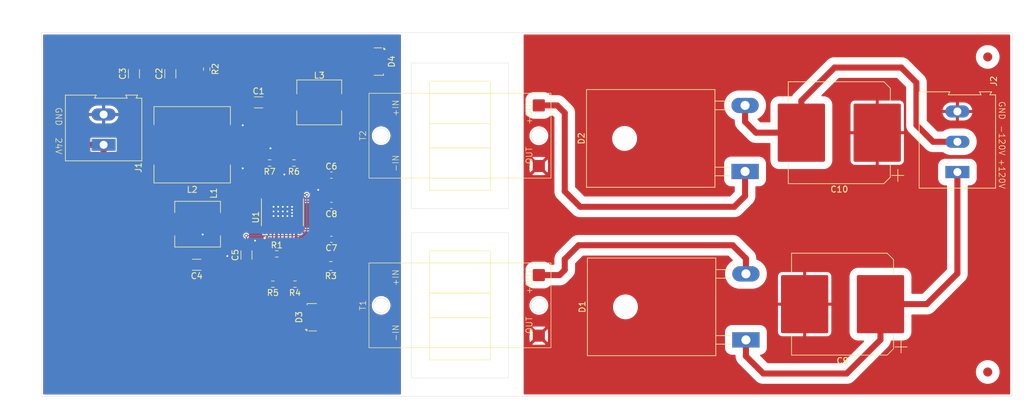
<source format=kicad_pcb>
(kicad_pcb (version 20241229) (generator "pcbnew") (generator_version "9.0")
  (layers (0 "F.Cu" signal) (2 "B.Cu" signal) (13 "F.Paste" user) (15 "B.Paste" user) (5 "F.SilkS" user "F.Silkscreen") (7 "B.SilkS" user "B.Silkscreen") (1 "F.Mask" user) (3 "B.Mask" user) (25 "Edge.Cuts" user))
  (net 0 "")
  (net 1 "Net-(U1-SHOUT)")
  (net 2 "C2")
  (net 3 "Net-(U1-E1)")
  (net 4 "C1")
  (net 5 "Net-(U1-SS1)")
  (net 6 "Net-(U1-SS2)")
  (net 7 "HV+")
  (net 8 "HV-")
  (net 9 "Net-(U1-C3)")
  (net 10 "Net-(U1-OV{slash}UV)")
  (net 11 "Net-(U1-RT)")
  (net 12 "Net-(U1-FB1)")
  (net 13 "Net-(U1-FB2)")
  (net 14 "+20VSQW")
  (net 15 "-20VSQW")
  (net 16 "Net-(D1-A)")
  (net 17 "GND")
  (net 18 "Net-(D2-K)")
  (net 19 "Net-(C4-Pad2)")
  (net 22 "Net-(D4-K)")
  (footprint "Resistor_SMD:R_0603_1608Metric" (layer "F.Cu") (at 77.525 74.3 180)
    (property "Reference" "R6" (at 0 -1.43 0) (layer "F.SilkS"))
    (property "Value" "10K")
    (fp_line (start -0.237258 0.5225) (end 0.237258 0.5225) (stroke (width 0.12)) (layer "F.SilkS"))
    (fp_line (start -0.237258 -0.5225) (end 0.237258 -0.5225) (stroke (width 0.12)) (layer "F.SilkS"))
    (pad "1" smd roundrect (at -0.825 0 180) (size 0.8 0.95) (layers "F.Cu" "F.Mask" "F.Paste") (net 17 "GND"))
    (pad "2" smd roundrect (at 0.825 0 180) (size 0.8 0.95) (layers "F.Cu" "F.Mask" "F.Paste") (net 13 "Net-(U1-FB2)"))
  )
  (footprint "TerminalBlock:TerminalBlock_Altech_AK300-2_P5.00mm" (layer "F.Cu") (at 46.15 71.3 90)
    (property "Reference" "J1" (at -3.75 5.75 90) (layer "F.SilkS"))
    (property "Value" "Screw_Terminal_01x02" (hide yes))
    (fp_line (start 8.2 -6.3) (end -2.65 -6.3) (stroke (width 0.12)) (layer "F.SilkS"))
    (fp_line (start -2.65 -6.3) (end -2.65 6.3) (stroke (width 0.12)) (layer "F.SilkS"))
    (fp_line (start 7.7 -1.5) (end 8.2 -1.2) (stroke (width 0.12)) (layer "F.SilkS"))
    (fp_line (start 8.2 -1.2) (end 8.2 -6.3) (stroke (width 0.12)) (layer "F.SilkS"))
    (fp_line (start 8.2 3.65) (end 7.7 3.9) (stroke (width 0.12)) (layer "F.SilkS"))
    (fp_line (start 8.2 3.7) (end 8.2 3.65) (stroke (width 0.12)) (layer "F.SilkS"))
    (fp_line (start 7.7 3.9) (end 7.7 -1.5) (stroke (width 0.12)) (layer "F.SilkS"))
    (fp_line (start 7.7 5.35) (end 8.2 5.6) (stroke (width 0.12)) (layer "F.SilkS"))
    (fp_line (start 8.2 5.6) (end 8.2 3.7) (stroke (width 0.12)) (layer "F.SilkS"))
    (fp_line (start 7.7 6.3) (end 7.7 5.35) (stroke (width 0.12)) (layer "F.SilkS"))
    (fp_line (start -2.65 6.3) (end 7.7 6.3) (stroke (width 0.12)) (layer "F.SilkS"))
    (pad "1" thru_hole rect (at 0 0 90) (size 1.98 3.96) (drill 1.32) (layers "*.Cu" "*.Mask") (net 2 "C2"))
    (pad "2" thru_hole oval (at 5 0 90) (size 1.98 3.96) (drill 1.32) (layers "*.Cu" "*.Mask") (net 17 "GND"))
  )
  (footprint "Inductor_SMD:L_7.3x7.3_H4.5" (layer "F.Cu") (at 81.7 64.3)
    (property "Reference" "L3" (at 0 -4.45 0) (layer "F.SilkS"))
    (property "Value" "15u")
    (fp_line (start -3.7 -3.7) (end 3.7 -3.7) (stroke (width 0.12)) (layer "F.SilkS"))
    (fp_line (start -3.7 -1.4) (end -3.7 -3.7) (stroke (width 0.12)) (layer "F.SilkS"))
    (fp_line (start -3.7 3.7) (end -3.7 1.4) (stroke (width 0.12)) (layer "F.SilkS"))
    (fp_line (start 3.7 -3.7) (end 3.7 -1.4) (stroke (width 0.12)) (layer "F.SilkS"))
    (fp_line (start 3.7 1.4) (end 3.7 3.7) (stroke (width 0.12)) (layer "F.SilkS"))
    (fp_line (start 3.7 3.7) (end -3.7 3.7) (stroke (width 0.12)) (layer "F.SilkS"))
    (pad "1" smd rect (at -3.2 0) (size 1.5 2.2) (layers "F.Cu" "F.Mask" "F.Paste") (net 2 "C2"))
    (pad "2" smd rect (at 3.2 0) (size 1.5 2.2) (layers "F.Cu" "F.Mask" "F.Paste") (net 9 "Net-(U1-C3)"))
  )
  (footprint "Package_TO_SOT_THT:TO-247-2_Horizontal_TabDown" (layer "F.Cu") (at 151.9 75.7 90)
    (property "Reference" "D2" (at 5.45 -26.98 90) (layer "F.SilkS"))
    (property "Value" "S3D60065H2")
    (fp_line (start -2.61 -26.14) (end 13.51 -26.14) (stroke (width 0.12)) (layer "F.SilkS"))
    (fp_line (start 13.51 -4.97) (end 13.51 -26.14) (stroke (width 0.12)) (layer "F.SilkS"))
    (fp_line (start 11.61 -4.97) (end 11.61 -2.51) (stroke (width 0.12)) (layer "F.SilkS"))
    (fp_line (start 10.19 -4.97) (end 10.19 -2.51) (stroke (width 0.12)) (layer "F.SilkS"))
    (fp_line (start 0.71 -4.97) (end 0.71 -2.51) (stroke (width 0.12)) (layer "F.SilkS"))
    (fp_line (start -0.71 -4.97) (end -0.71 -2.51) (stroke (width 0.12)) (layer "F.SilkS"))
    (fp_line (start -2.61 -4.97) (end -2.61 -26.14) (stroke (width 0.12)) (layer "F.SilkS"))
    (fp_line (start -2.61 -4.97) (end 13.51 -4.97) (stroke (width 0.12)) (layer "F.SilkS"))
    (pad "" np_thru_hole circle (at 5.45 -19.86 90) (size 3.6 3.6) (drill 3.6) (layers "*.Cu" "*.Mask"))
    (pad "1" thru_hole rect (at 0 0 90) (size 2.5 4.5) (drill 1.5) (layers "*.Cu" "*.Mask") (net 18 "Net-(D2-K)"))
    (pad "2" thru_hole oval (at 10.9 0 90) (size 2.5 4.5) (drill 1.5) (layers "*.Cu" "*.Mask") (net 8 "HV-"))
  )
  (footprint "Capacitor_SMD:C_0603_1608Metric" (layer "F.Cu") (at 83.7 81.3 180)
    (property "Reference" "C8" (at 0 -1.43 0) (layer "F.SilkS"))
    (property "Value" "100n")
    (fp_line (start -0.14058 0.51) (end 0.14058 0.51) (stroke (width 0.12)) (layer "F.SilkS"))
    (fp_line (start -0.14058 -0.51) (end 0.14058 -0.51) (stroke (width 0.12)) (layer "F.SilkS"))
    (pad "1" smd roundrect (at -0.775 0 180) (size 0.9 0.95) (layers "F.Cu" "F.Mask" "F.Paste") (net 17 "GND"))
    (pad "2" smd roundrect (at 0.775 0 180) (size 0.9 0.95) (layers "F.Cu" "F.Mask" "F.Paste") (net 6 "Net-(U1-SS2)"))
  )
  (footprint "Resistor_SMD:R_0805_2012Metric" (layer "F.Cu") (at 83.6125 91.3 180)
    (property "Reference" "R3" (at 0 -1.65 0) (layer "F.SilkS"))
    (property "Value" "100K")
    (fp_line (start -0.227064 0.735) (end 0.227064 0.735) (stroke (width 0.12)) (layer "F.SilkS"))
    (fp_line (start -0.227064 -0.735) (end 0.227064 -0.735) (stroke (width 0.12)) (layer "F.SilkS"))
    (pad "1" smd roundrect (at -0.9125 0 180) (size 1.025 1.4) (layers "F.Cu" "F.Mask" "F.Paste") (roundrect_rratio 0.243902) (net 17 "GND"))
    (pad "2" smd roundrect (at 0.9125 0 180) (size 1.025 1.4) (layers "F.Cu" "F.Mask" "F.Paste") (roundrect_rratio 0.243902) (net 11 "Net-(U1-RT)"))
  )
  (footprint "Capacitor_SMD:C_1206_3216Metric" (layer "F.Cu") (at 71.7 64.3)
    (property "Reference" "C1" (at 0 -1.85 0) (layer "F.SilkS"))
    (property "Value" "1u")
    (fp_line (start -0.711252 -0.91) (end 0.711252 -0.91) (stroke (width 0.12)) (layer "F.SilkS"))
    (fp_line (start -0.711252 0.91) (end 0.711252 0.91) (stroke (width 0.12)) (layer "F.SilkS"))
    (pad "1" smd roundrect (at -1.475 0) (size 1.15 1.8) (layers "F.Cu" "F.Mask" "F.Paste") (roundrect_rratio 0.217391) (net 2 "C2"))
    (pad "2" smd roundrect (at 1.475 0) (size 1.15 1.8) (layers "F.Cu" "F.Mask" "F.Paste") (roundrect_rratio 0.217391) (net 1 "Net-(U1-SHOUT)"))
  )
  (footprint "Resistor_SMD:R_0603_1608Metric" (layer "F.Cu") (at 63.15 58.8 -90)
    (property "Reference" "R2" (at 0 -1.43 90) (layer "F.SilkS"))
    (property "Value" "220K")
    (fp_line (start -0.237258 0.5225) (end 0.237258 0.5225) (stroke (width 0.12)) (layer "F.SilkS"))
    (fp_line (start -0.237258 -0.5225) (end 0.237258 -0.5225) (stroke (width 0.12)) (layer "F.SilkS"))
    (pad "1" smd roundrect (at -0.825 0 270) (size 0.8 0.95) (layers "F.Cu" "F.Mask" "F.Paste") (net 2 "C2"))
    (pad "2" smd roundrect (at 0.825 0 270) (size 0.8 0.95) (layers "F.Cu" "F.Mask" "F.Paste") (net 17 "GND"))
  )
  (footprint "Package_TO_SOT_THT:TO-247-2_Horizontal_TabDown" (layer "F.Cu") (at 152.04 103.5 90)
    (property "Reference" "D1" (at 5.45 -26.98 90) (layer "F.SilkS"))
    (property "Value" "S3D60065H2")
    (fp_line (start -2.61 -26.14) (end 13.51 -26.14) (stroke (width 0.12)) (layer "F.SilkS"))
    (fp_line (start 13.51 -4.97) (end 13.51 -26.14) (stroke (width 0.12)) (layer "F.SilkS"))
    (fp_line (start 11.61 -4.97) (end 11.61 -2.51) (stroke (width 0.12)) (layer "F.SilkS"))
    (fp_line (start 10.19 -4.97) (end 10.19 -2.51) (stroke (width 0.12)) (layer "F.SilkS"))
    (fp_line (start 0.71 -4.97) (end 0.71 -2.51) (stroke (width 0.12)) (layer "F.SilkS"))
    (fp_line (start -0.71 -4.97) (end -0.71 -2.51) (stroke (width 0.12)) (layer "F.SilkS"))
    (fp_line (start -2.61 -4.97) (end -2.61 -26.14) (stroke (width 0.12)) (layer "F.SilkS"))
    (fp_line (start -2.61 -4.97) (end 13.51 -4.97) (stroke (width 0.12)) (layer "F.SilkS"))
    (pad "" np_thru_hole circle (at 5.45 -19.86 90) (size 3.6 3.6) (drill 3.6) (layers "*.Cu" "*.Mask"))
    (pad "1" thru_hole rect (at 0 0 90) (size 2.5 4.5) (drill 1.5) (layers "*.Cu" "*.Mask") (net 7 "HV+"))
    (pad "2" thru_hole oval (at 10.9 0 90) (size 2.5 4.5) (drill 1.5) (layers "*.Cu" "*.Mask") (net 16 "Net-(D1-A)"))
  )
  (footprint "footprints:SOP65P640X120-21N" (layer "F.Cu") (at 75.625 82.435 90)
    (property "Reference" "U1" (at -0.825 -4.385 90) (layer "F.SilkS"))
    (property "Value" "LT8471IFE_PBF")
    (fp_line (start -2.25 -3.46) (end 2.25 -3.46) (stroke (width 0.127)) (layer "F.SilkS"))
    (fp_line (start -2.25 3.46) (end 2.25 3.46) (stroke (width 0.127)) (layer "F.SilkS"))
    (fp_circle (center -4.25 -2.925) (end -4.15 -2.925) (stroke (width 0.2)) (fill no) (layer "F.SilkS"))
    (pad "1" smd rect (at -2.865 -2.925 90) (size 1.48 0.41) (layers "F.Cu" "F.Mask" "F.Paste") (net 4 "C1"))
    (pad "2" smd rect (at -2.865 -2.275 90) (size 1.48 0.41) (layers "F.Cu" "F.Mask" "F.Paste") (net 3 "Net-(U1-E1)"))
    (pad "3" smd rect (at -2.865 -1.625 90) (size 1.48 0.41) (layers "F.Cu" "F.Mask" "F.Paste") (net 2 "C2"))
    (pad "4" smd rect (at -2.865 -0.975 90) (size 1.48 0.41) (layers "F.Cu" "F.Mask" "F.Paste") (net 17 "GND"))
    (pad "5" smd rect (at -2.865 -0.325 90) (size 1.48 0.41) (layers "F.Cu" "F.Mask" "F.Paste") (net 12 "Net-(U1-FB1)"))
    (pad "6" smd rect (at -2.865 0.325 90) (size 1.48 0.41) (layers "F.Cu" "F.Mask" "F.Paste") (net 10 "Net-(U1-OV{slash}UV)"))
    (pad "7" smd rect (at -2.865 0.975 90) (size 1.48 0.41) (layers "F.Cu" "F.Mask" "F.Paste") (net 11 "Net-(U1-RT)"))
    (pad "8" smd rect (at -2.865 1.625 90) (size 1.48 0.41) (layers "F.Cu" "F.Mask" "F.Paste") (net 5 "Net-(U1-SS1)"))
    (pad "9" smd rect (at -2.865 2.275 90) (size 1.48 0.41) (layers "F.Cu" "F.Mask" "F.Paste") (net 17 "GND"))
    (pad "10" smd rect (at -2.865 2.925 90) (size 1.48 0.41) (layers "F.Cu" "F.Mask" "F.Paste") (net 3 "Net-(U1-E1)"))
    (pad "11" smd rect (at 2.865 2.925 90) (size 1.48 0.41) (layers "F.Cu" "F.Mask" "F.Paste") (net 3 "Net-(U1-E1)"))
    (pad "12" smd rect (at 2.865 2.275 90) (size 1.48 0.41) (layers "F.Cu" "F.Mask" "F.Paste") (net 3 "Net-(U1-E1)"))
    (pad "13" smd rect (at 2.865 1.625 90) (size 1.48 0.41) (layers "F.Cu" "F.Mask" "F.Paste") (net 9 "Net-(U1-C3)"))
    (pad "14" smd rect (at 2.865 0.975 90) (size 1.48 0.41) (layers "F.Cu" "F.Mask" "F.Paste") (net 1 "Net-(U1-SHOUT)"))
    (pad "15" smd rect (at 2.865 0.325 90) (size 1.48 0.41) (layers "F.Cu" "F.Mask" "F.Paste") (net 6 "Net-(U1-SS2)"))
    (pad "16" smd rect (at 2.865 -0.325 90) (size 1.48 0.41) (layers "F.Cu" "F.Mask" "F.Paste") (net 13 "Net-(U1-FB2)"))
    (pad "17" smd rect (at 2.865 -0.975 90) (size 1.48 0.41) (layers "F.Cu" "F.Mask" "F.Paste") (net 17 "GND"))
    (pad "18" smd rect (at 2.865 -1.625 90) (size 1.48 0.41) (layers "F.Cu" "F.Mask" "F.Paste") (net 1 "Net-(U1-SHOUT)"))
    (pad "19" smd rect (at 2.865 -2.275 90) (size 1.48 0.41) (layers "F.Cu" "F.Mask" "F.Paste") (net 22 "Net-(D4-K)"))
    (pad "20" smd rect (at 2.865 -2.925 90) (size 1.48 0.41) (layers "F.Cu" "F.Mask" "F.Paste") (net 2 "C2"))
    (pad "21" smd rect (at 0 0 90) (size 2.74 3.86) (layers "F.Cu" "F.Mask") (net 17 "GND"))
  )
  (footprint "Resistor_SMD:R_0603_1608Metric" (layer "F.Cu") (at 73.525 74.3 180)
    (property "Reference" "R7" (at 0 -1.43 0) (layer "F.SilkS"))
    (property "Value" "249K")
    (fp_line (start -0.237258 0.5225) (end 0.237258 0.5225) (stroke (width 0.12)) (layer "F.SilkS"))
    (fp_line (start -0.237258 -0.5225) (end 0.237258 -0.5225) (stroke (width 0.12)) (layer "F.SilkS"))
    (pad "1" smd roundrect (at -0.825 0 180) (size 0.8 0.95) (layers "F.Cu" "F.Mask" "F.Paste") (net 13 "Net-(U1-FB2)"))
    (pad "2" smd roundrect (at 0.825 0 180) (size 0.8 0.95) (layers "F.Cu" "F.Mask" "F.Paste") (net 22 "Net-(D4-K)"))
  )
  (footprint "Capacitor_SMD:C_0603_1608Metric" (layer "F.Cu") (at 83.7 86.9 180)
    (property "Reference" "C7" (at 0 -1.43 0) (layer "F.SilkS"))
    (property "Value" "100n")
    (fp_line (start -0.14058 0.51) (end 0.14058 0.51) (stroke (width 0.12)) (layer "F.SilkS"))
    (fp_line (start -0.14058 -0.51) (end 0.14058 -0.51) (stroke (width 0.12)) (layer "F.SilkS"))
    (pad "1" smd roundrect (at -0.775 0 180) (size 0.9 0.95) (layers "F.Cu" "F.Mask" "F.Paste") (net 17 "GND"))
    (pad "2" smd roundrect (at 0.775 0 180) (size 0.9 0.95) (layers "F.Cu" "F.Mask" "F.Paste") (net 5 "Net-(U1-SS1)"))
  )
  (footprint "Inductor_SMD:L_12x12mm_H8mm" (layer "F.Cu") (at 60.75 71.3 180)
    (property "Reference" "L2" (at 0 -7.4 0) (layer "F.SilkS"))
    (property "Value" "12u")
    (fp_line (start 6.3 6.3) (end -6.3 6.3) (stroke (width 0.12)) (layer "F.SilkS"))
    (fp_line (start 6.3 3.3) (end 6.3 6.3) (stroke (width 0.12)) (layer "F.SilkS"))
    (fp_line (start 6.3 -6.3) (end 6.3 -3.3) (stroke (width 0.12)) (layer "F.SilkS"))
    (fp_line (start -6.3 6.3) (end -6.3 3.3) (stroke (width 0.12)) (layer "F.SilkS"))
    (fp_line (start -6.3 -3.3) (end -6.3 -6.3) (stroke (width 0.12)) (layer "F.SilkS"))
    (fp_line (start -6.3 -6.3) (end 6.3 -6.3) (stroke (width 0.12)) (layer "F.SilkS"))
    (pad "1" smd rect (at -4.95 0 180) (size 2.9 5.4) (layers "F.Cu" "F.Mask" "F.Paste") (net 22 "Net-(D4-K)"))
    (pad "2" smd rect (at 4.95 0 180) (size 2.9 5.4) (layers "F.Cu" "F.Mask" "F.Paste") (net 17 "GND"))
  )
  (footprint "Capacitor_SMD:C_0603_1608Metric" (layer "F.Cu") (at 83.7 76.3)
    (property "Reference" "C6" (at 0 -1.43 0) (layer "F.SilkS"))
    (property "Value" "47n")
    (fp_line (start -0.14058 -0.51) (end 0.14058 -0.51) (stroke (width 0.12)) (layer "F.SilkS"))
    (fp_line (start -0.14058 0.51) (end 0.14058 0.51) (stroke (width 0.12)) (layer "F.SilkS"))
    (pad "1" smd roundrect (at -0.775 0) (size 0.9 0.95) (layers "F.Cu" "F.Mask" "F.Paste") (net 3 "Net-(U1-E1)"))
    (pad "2" smd roundrect (at 0.775 0) (size 0.9 0.95) (layers "F.Cu" "F.Mask" "F.Paste") (net 17 "GND"))
  )
  (footprint "Fiducial:Fiducial_1.5mm_Mask3mm" (layer "F.Cu") (at 191.9 56.8 -90)
    (property "Reference" "REF**" (hide yes))
    (property "Value" "Fiducial_1.5mm_Mask3mm" (hide yes))
    (pad "" smd circle (at 0 0 270) (size 1.5 1.5) (layers "F.Cu" "F.Mask"))
  )
  (footprint "TerminalBlock:TerminalBlock_Altech_AK300-3_P5.00mm" (layer "F.Cu") (at 186.9 75.8 90)
    (property "Reference" "J2" (at 15 6 90) (layer "F.SilkS"))
    (property "Value" "Screw_Terminal_01x03" (hide yes))
    (fp_line (start 13.25 -6.3) (end -2.65 -6.3) (stroke (width 0.12)) (layer "F.SilkS"))
    (fp_line (start -2.65 -6.3) (end -2.65 6.3) (stroke (width 0.12)) (layer "F.SilkS"))
    (fp_line (start 12.75 -1.5) (end 13.25 -1.25) (stroke (width 0.12)) (layer "F.SilkS"))
    (fp_line (start 13.25 -1.25) (end 13.25 -6.3) (stroke (width 0.12)) (layer "F.SilkS"))
    (fp_line (start 13.25 3.65) (end 12.75 3.9) (stroke (width 0.12)) (layer "F.SilkS"))
    (fp_line (start 12.75 3.9) (end 12.75 -1.5) (stroke (width 0.12)) (layer "F.SilkS"))
    (fp_line (start 12.75 5.35) (end 13.25 5.65) (stroke (width 0.12)) (layer "F.SilkS"))
    (fp_line (start 13.25 5.65) (end 13.25 3.65) (stroke (width 0.12)) (layer "F.SilkS"))
    (fp_line (start 12.75 6.3) (end 12.75 5.35) (stroke (width 0.12)) (layer "F.SilkS"))
    (fp_line (start -2.65 6.3) (end 12.75 6.3) (stroke (width 0.12)) (layer "F.SilkS"))
    (pad "1" thru_hole rect (at 0 0 90) (size 1.98 3.96) (drill 1.32) (layers "*.Cu" "*.Mask") (net 7 "HV+"))
    (pad "2" thru_hole oval (at 5 0 90) (size 1.98 3.96) (drill 1.32) (layers "*.Cu" "*.Mask") (net 8 "HV-"))
    (pad "3" thru_hole oval (at 10 0 90) (size 1.98 3.96) (drill 1.32) (layers "*.Cu" "*.Mask") (net 17 "GND"))
  )
  (footprint "Fiducial:Fiducial_1.5mm_Mask3mm" (layer "F.Cu") (at 39.9 56.8 -90)
    (property "Reference" "REF**" (hide yes))
    (property "Value" "Fiducial_1.5mm_Mask3mm" (hide yes))
    (pad "" smd circle (at 0 0 270) (size 1.5 1.5) (layers "F.Cu" "F.Mask"))
  )
  (footprint "Resistor_SMD:R_0603_1608Metric" (layer "F.Cu") (at 74.0575 94.3 180)
    (property "Reference" "R5" (at 0 -1.43 0) (layer "F.SilkS"))
    (property "Value" "10K")
    (fp_line (start -0.237258 0.5225) (end 0.237258 0.5225) (stroke (width 0.12)) (layer "F.SilkS"))
    (fp_line (start -0.237258 -0.5225) (end 0.237258 -0.5225) (stroke (width 0.12)) (layer "F.SilkS"))
    (pad "1" smd roundrect (at -0.825 0 180) (size 0.8 0.95) (layers "F.Cu" "F.Mask" "F.Paste") (net 12 "Net-(U1-FB1)"))
    (pad "2" smd roundrect (at 0.825 0 180) (size 0.8 0.95) (layers "F.Cu" "F.Mask" "F.Paste") (net 17 "GND"))
  )
  (footprint "Capacitor_SMD:C_1206_3216Metric" (layer "F.Cu") (at 61.5 91.1 180)
    (property "Reference" "C4" (at 0 -1.85 0) (layer "F.SilkS"))
    (property "Value" "1u")
    (fp_line (start -0.711252 0.91) (end 0.711252 0.91) (stroke (width 0.12)) (layer "F.SilkS"))
    (fp_line (start -0.711252 -0.91) (end 0.711252 -0.91) (stroke (width 0.12)) (layer "F.SilkS"))
    (pad "1" smd roundrect (at -1.475 0 180) (size 1.15 1.8) (layers "F.Cu" "F.Mask" "F.Paste") (roundrect_rratio 0.217391) (net 4 "C1"))
    (pad "2" smd roundrect (at 1.475 0 180) (size 1.15 1.8) (layers "F.Cu" "F.Mask" "F.Paste") (roundrect_rratio 0.217391) (net 19 "Net-(C4-Pad2)"))
  )
  (footprint "Fiducial:Fiducial_1.5mm_Mask3mm" (layer "F.Cu") (at 39.9 108.8 -90)
    (property "Reference" "REF**" (hide yes))
    (property "Value" "Fiducial_1.5mm_Mask3mm" (hide yes))
    (pad "" smd circle (at 0 0 270) (size 1.5 1.5) (layers "F.Cu" "F.Mask"))
  )
  (footprint "Trafa:PLANAR_HYDROPHONE_TRANSFORMER" (layer "F.Cu") (at 122.9 97.8 90)
    (property "Reference" "T1" (at 0 -34 90) (layer "F.SilkS") (effects (font (thickness 0.1))))
    (property "Value" "~")
    (fp_rect (start -7 -33) (end 7 -3) (stroke (width 0.1)) (fill no) (layer "F.SilkS"))
    (fp_rect (start 7 -23) (end 9 -13) (stroke (width 0.1)) (fill no) (layer "F.SilkS"))
    (fp_rect (start 2 -23) (end 7 -13) (stroke (width 0.1)) (fill no) (layer "F.SilkS"))
    (fp_rect (start -2 -23) (end 2 -13) (stroke (width 0.1)) (fill no) (layer "F.SilkS"))
    (fp_rect (start -7 -23) (end -2 -13) (stroke (width 0.1)) (fill no) (layer "F.SilkS"))
    (fp_rect (start -9 -23) (end -7 -13) (stroke (width 0.1)) (fill no) (layer "F.SilkS"))
    (fp_text user "+IN" (at 6 -28 90) (layer "F.SilkS") (effects (font (thickness 0.1)) (justify right bottom)))
    (fp_text user "-IN" (at -6 -28 90) (layer "F.SilkS") (effects (font (thickness 0.1)) (justify left bottom)))
    (fp_text user "-OUT" (at -6 -6 90) (layer "F.SilkS") (effects (font (thickness 0.1)) (justify left bottom)))
    (fp_text user "+OUT" (at 6 -6 90) (layer "F.SilkS") (effects (font (thickness 0.1)) (justify right bottom)))
    (pad "1" smd roundrect (at -5 -31 90) (size 2 2) (layers "F.Cu" "F.Mask" "F.Paste") (roundrect_rratio 0.1) (net 17 "GND"))
    (pad "2" smd roundrect (at 5 -31 90) (size 2 2) (layers "F.Cu" "F.Mask" "F.Paste") (roundrect_rratio 0.1) (net 14 "+20VSQW"))
    (pad "3" smd roundrect (at -5 -5 90) (size 2 2) (layers "F.Cu" "F.Mask" "F.Paste") (roundrect_rratio 0.1) (net 17 "GND"))
    (pad "4" smd roundrect (at 5 -5 90) (size 2 2) (layers "F.Cu" "F.Mask" "F.Paste") (roundrect_rratio 0.1) (net 16 "Net-(D1-A)"))
  )
  (footprint "Package_TO_SOT_SMD:TO-277A" (layer "F.Cu") (at 82.865 99.76 90)
    (property "Reference" "D3" (at 0 -4.5 90) (layer "F.SilkS"))
    (property "Value" "V10P10")
    (fp_line (start 2.26 -3.16) (end 2.02 -3.16) (stroke (width 0.12)) (layer "F.SilkS"))
    (fp_line (start 2.26 -3.16) (end 2.26 -1.6) (stroke (width 0.12)) (layer "F.SilkS"))
    (fp_line (start -2.26 -2.87) (end -2.26 -1.6) (stroke (width 0.12)) (layer "F.SilkS"))
    (fp_poly (pts (xy -2 -3.19) (xy -2.28 -3.19) (xy -2 -3.47) (xy -2 -3.19)) (stroke (width 0.12)) (fill yes) (layer "F.SilkS"))
    (pad "1" smd roundrect (at -1.04 -2.765 90) (size 1.4 1.27) (layers "F.Cu" "F.Mask" "F.Paste"))
    (pad "2" smd roundrect (at 1.04 -2.765 90) (size 1.4 1.27) (layers "F.Cu" "F.Mask" "F.Paste") (net 19 "Net-(C4-Pad2)"))
    (pad "3" smd rect (at 0 1.04 90) (size 4.8 4.72) (layers "F.Cu" "F.Mask") (net 14 "+20VSQW"))
  )
  (footprint "Fiducial:Fiducial_1.5mm_Mask3mm" (layer "F.Cu") (at 191.9 108.8 -90)
    (property "Reference" "REF**" (hide yes))
    (property "Value" "Fiducial_1.5mm_Mask3mm" (hide yes))
    (pad "" smd circle (at 0 0 270) (size 1.5 1.5) (layers "F.Cu" "F.Mask"))
  )
  (footprint "Resistor_SMD:R_0603_1608Metric" (layer "F.Cu") (at 74.7 89.3)
    (property "Reference" "R1" (at 0 -1.43 0) (layer "F.SilkS"))
    (property "Value" "470K")
    (fp_line (start -0.237258 -0.5225) (end 0.237258 -0.5225) (stroke (width 0.12)) (layer "F.SilkS"))
    (fp_line (start -0.237258 0.5225) (end 0.237258 0.5225) (stroke (width 0.12)) (layer "F.SilkS"))
    (pad "1" smd roundrect (at -0.825 0) (size 0.8 0.95) (layers "F.Cu" "F.Mask" "F.Paste") (net 2 "C2"))
    (pad "2" smd roundrect (at 0.825 0) (size 0.8 0.95) (layers "F.Cu" "F.Mask" "F.Paste") (net 10 "Net-(U1-OV{slash}UV)"))
  )
  (footprint "Inductor_SMD:L_Wuerth_WE-DD-Typ-M-Typ-S" (layer "F.Cu") (at 61.65 84.4 90)
    (property "Reference" "L1" (at 5.1 2.65 90) (layer "F.SilkS"))
    (property "Value" "2x15u")
    (fp_line (start 3.77 -3.77) (end 3.77 3.77) (stroke (width 0.12)) (layer "F.SilkS"))
    (fp_line (start 1.9 -3.77) (end 3.77 -3.77) (stroke (width 0.12)) (layer "F.SilkS"))
    (fp_line (start -3.77 -3.77) (end -1.9 -3.77) (stroke (width 0.12)) (layer "F.SilkS"))
    (fp_line (start 3.77 3.77) (end 1.9 3.77) (stroke (width 0.12)) (layer "F.SilkS"))
    (fp_line (start -1.9 3.77) (end -3.77 3.77) (stroke (width 0.12)) (layer "F.SilkS"))
    (fp_line (start -3.77 3.77) (end -3.77 -3.77) (stroke (width 0.12)) (layer "F.SilkS"))
    (pad "1" smd rect (at -0.9 2.65 90) (size 1 2.2) (layers "F.Cu" "F.Mask" "F.Paste") (net 4 "C1"))
    (pad "2" smd rect (at -0.9 -2.65 90) (size 1 2.2) (layers "F.Cu" "F.Mask" "F.Paste") (net 19 "Net-(C4-Pad2)"))
    (pad "3" smd rect (at 0.9 -2.65 90) (size 1 2.2) (layers "F.Cu" "F.Mask" "F.Paste") (net 2 "C2"))
    (pad "4" smd rect (at 0.9 2.65 90) (size 1 2.2) (layers "F.Cu" "F.Mask" "F.Paste") (net 17 "GND"))
  )
  (footprint "Capacitor_SMD:CP_Elec_16x17.5" (layer "F.Cu") (at 167.43 69.3 180)
    (property "Reference" "C10" (at 0 -9.35 0) (layer "F.SilkS"))
    (property "Value" "47u")
    (fp_line (start 8.41 8.41) (end 8.41 5.06) (stroke (width 0.12)) (layer "F.SilkS"))
    (fp_line (start 8.41 -8.41) (end 8.41 -5.06) (stroke (width 0.12)) (layer "F.SilkS"))
    (fp_line (start -7.345563 8.41) (end 8.41 8.41) (stroke (width 0.12)) (layer "F.SilkS"))
    (fp_line (start -7.345563 -8.41) (end 8.41 -8.41) (stroke (width 0.12)) (layer "F.SilkS"))
    (fp_line (start -8.41 7.345563) (end -7.345563 8.41) (stroke (width 0.12)) (layer "F.SilkS"))
    (fp_line (start -8.41 7.345563) (end -8.41 5.06) (stroke (width 0.12)) (layer "F.SilkS"))
    (fp_line (start -8.41 -7.345563) (end -7.345563 -8.41) (stroke (width 0.12)) (layer "F.SilkS"))
    (fp_line (start -8.41 -7.345563) (end -8.41 -5.06) (stroke (width 0.12)) (layer "F.SilkS"))
    (fp_line (start -9.65 -8.06) (end -9.65 -6.06) (stroke (width 0.12)) (layer "F.SilkS"))
    (fp_line (start -10.65 -7.06) (end -8.65 -7.06) (stroke (width 0.12)) (layer "F.SilkS"))
    (pad "1" smd roundrect (at -6.25 0 180) (size 7.8 9.6) (layers "F.Cu" "F.Mask" "F.Paste") (roundrect_rratio 0.032051) (net 17 "GND"))
    (pad "2" smd roundrect (at 6.25 0 180) (size 7.8 9.6) (layers "F.Cu" "F.Mask" "F.Paste") (roundrect_rratio 0.032051) (net 8 "HV-"))
  )
  (footprint "Resistor_SMD:R_0603_1608Metric" (layer "F.Cu") (at 77.7 94.3 180)
    (property "Reference" "R4" (at 0 -1.43 0) (layer "F.SilkS"))
    (property "Value" "249K")
    (fp_line (start -0.237258 0.5225) (end 0.237258 0.5225) (stroke (width 0.12)) (layer "F.SilkS"))
    (fp_line (start -0.237258 -0.5225) (end 0.237258 -0.5225) (stroke (width 0.12)) (layer "F.SilkS"))
    (pad "1" smd roundrect (at -0.825 0 180) (size 0.8 0.95) (layers "F.Cu" "F.Mask" "F.Paste") (net 19 "Net-(C4-Pad2)"))
    (pad "2" smd roundrect (at 0.825 0 180) (size 0.8 0.95) (layers "F.Cu" "F.Mask" "F.Paste") (net 12 "Net-(U1-FB1)"))
  )
  (footprint "Capacitor_SMD:C_1206_3216Metric" (layer "F.Cu") (at 69.7 89.5 90)
    (property "Reference" "C5" (at 0 -1.85 90) (layer "F.SilkS"))
    (property "Value" "2u2")
    (fp_line (start -0.711252 -0.91) (end 0.711252 -0.91) (stroke (width 0.12)) (layer "F.SilkS"))
    (fp_line (start -0.711252 0.91) (end 0.711252 0.91) (stroke (width 0.12)) (layer "F.SilkS"))
    (pad "1" smd roundrect (at -1.475 0 90) (size 1.15 1.8) (layers "F.Cu" "F.Mask" "F.Paste") (roundrect_rratio 0.217391) (net 2 "C2"))
    (pad "2" smd roundrect (at 1.475 0 90) (size 1.15 1.8) (layers "F.Cu" "F.Mask" "F.Paste") (roundrect_rratio 0.217391) (net 3 "Net-(U1-E1)"))
  )
  (footprint "Capacitor_SMD:C_1206_3216Metric" (layer "F.Cu") (at 57.15 59.575 90)
    (property "Reference" "C2" (at 0 -1.85 90) (layer "F.SilkS"))
    (property "Value" "2u2")
    (fp_line (start -0.711252 -0.91) (end 0.711252 -0.91) (stroke (width 0.12)) (layer "F.SilkS"))
    (fp_line (start -0.711252 0.91) (end 0.711252 0.91) (stroke (width 0.12)) (layer "F.SilkS"))
    (pad "1" smd roundrect (at -1.475 0 90) (size 1.15 1.8) (layers "F.Cu" "F.Mask" "F.Paste") (roundrect_rratio 0.217391) (net 17 "GND"))
    (pad "2" smd roundrect (at 1.475 0 90) (size 1.15 1.8) (layers "F.Cu" "F.Mask" "F.Paste") (roundrect_rratio 0.217391) (net 2 "C2"))
  )
  (footprint "Capacitor_SMD:CP_Elec_16x17.5" (layer "F.Cu") (at 167.97 97.6 180)
    (property "Reference" "C9" (at 0 -9.35 0) (layer "F.SilkS"))
    (property "Value" "47u")
    (fp_line (start 8.41 8.41) (end 8.41 5.06) (stroke (width 0.12)) (layer "F.SilkS"))
    (fp_line (start 8.41 -8.41) (end 8.41 -5.06) (stroke (width 0.12)) (layer "F.SilkS"))
    (fp_line (start -7.345563 8.41) (end 8.41 8.41) (stroke (width 0.12)) (layer "F.SilkS"))
    (fp_line (start -7.345563 -8.41) (end 8.41 -8.41) (stroke (width 0.12)) (layer "F.SilkS"))
    (fp_line (start -8.41 7.345563) (end -7.345563 8.41) (stroke (width 0.12)) (layer "F.SilkS"))
    (fp_line (start -8.41 7.345563) (end -8.41 5.06) (stroke (width 0.12)) (layer "F.SilkS"))
    (fp_line (start -8.41 -7.345563) (end -7.345563 -8.41) (stroke (width 0.12)) (layer "F.SilkS"))
    (fp_line (start -8.41 -7.345563) (end -8.41 -5.06) (stroke (width 0.12)) (layer "F.SilkS"))
    (fp_line (start -9.65 -8.06) (end -9.65 -6.06) (stroke (width 0.12)) (layer "F.SilkS"))
    (fp_line (start -10.65 -7.06) (end -8.65 -7.06) (stroke (width 0.12)) (layer "F.SilkS"))
    (pad "1" smd roundrect (at -6.25 0 180) (size 7.8 9.6) (layers "F.Cu" "F.Mask" "F.Paste") (roundrect_rratio 0.032051) (net 7 "HV+"))
    (pad "2" smd roundrect (at 6.25 0 180) (size 7.8 9.6) (layers "F.Cu" "F.Mask" "F.Paste") (roundrect_rratio 0.032051) (net 17 "GND"))
  )
  (footprint "Capacitor_SMD:C_1206_3216Metric" (layer "F.Cu") (at 51.15 59.575 90)
    (property "Reference" "C3" (at 0 -1.85 90) (layer "F.SilkS"))
    (property "Value" "2u2")
    (fp_line (start -0.711252 -0.91) (end 0.711252 -0.91) (stroke (width 0.12)) (layer "F.SilkS"))
    (fp_line (start -0.711252 0.91) (end 0.711252 0.91) (stroke (width 0.12)) (layer "F.SilkS"))
    (pad "1" smd roundrect (at -1.475 0 90) (size 1.15 1.8) (layers "F.Cu" "F.Mask" "F.Paste") (roundrect_rratio 0.217391) (net 17 "GND"))
    (pad "2" smd roundrect (at 1.475 0 90) (size 1.15 1.8) (layers "F.Cu" "F.Mask" "F.Paste") (roundrect_rratio 0.217391) (net 2 "C2"))
  )
  (footprint "Package_TO_SOT_SMD:TO-277A" (layer "F.Cu") (at 89.135 57.56 -90)
    (property "Reference" "D4" (at 0 -4.5 90) (layer "F.SilkS"))
    (property "Value" "V10P10")
    (fp_line (start -2.26 -2.87) (end -2.26 -1.6) (stroke (width 0.12)) (layer "F.SilkS"))
    (fp_line (start 2.26 -3.16) (end 2.26 -1.6) (stroke (width 0.12)) (layer "F.SilkS"))
    (fp_line (start 2.26 -3.16) (end 2.02 -3.16) (stroke (width 0.12)) (layer "F.SilkS"))
    (fp_poly (pts (xy -2 -3.19) (xy -2.28 -3.19) (xy -2 -3.47) (xy -2 -3.19)) (stroke (width 0.12)) (fill yes) (layer "F.SilkS"))
    (pad "1" smd roundrect (at -1.04 -2.765 270) (size 1.4 1.27) (layers "F.Cu" "F.Mask" "F.Paste"))
    (pad "2" smd roundrect (at 1.04 -2.765 270) (size 1.4 1.27) (layers "F.Cu" "F.Mask" "F.Paste") (net 15 "-20VSQW"))
    (pad "3" smd rect (at 0 1.04 270) (size 4.8 4.72) (layers "F.Cu" "F.Mask") (net 22 "Net-(D4-K)"))
  )
  (footprint "Trafa:PLANAR_HYDROPHONE_TRANSFORMER" (layer "F.Cu") (at 122.9 69.8 90)
    (property "Reference" "T2" (at 0 -34 90) (layer "F.SilkS") (effects (font (thickness 0.1))))
    (property "Value" "~")
    (fp_rect (start -7 -33) (end 7 -3) (stroke (width 0.1)) (fill no) (layer "F.SilkS"))
    (fp_rect (start 7 -23) (end 9 -13) (stroke (width 0.1)) (fill no) (layer "F.SilkS"))
    (fp_rect (start 2 -23) (end 7 -13) (stroke (width 0.1)) (fill no) (layer "F.SilkS"))
    (fp_rect (start -2 -23) (end 2 -13) (stroke (width 0.1)) (fill no) (layer "F.SilkS"))
    (fp_rect (start -7 -23) (end -2 -13) (stroke (width 0.1)) (fill no) (layer "F.SilkS"))
    (fp_rect (start -9 -23) (end -7 -13) (stroke (width 0.1)) (fill no) (layer "F.SilkS"))
    (fp_text user "-OUT" (at -6 -6 90) (layer "F.SilkS") (effects (font (thickness 0.1)) (justify left bottom)))
    (fp_text user "+OUT" (at 6 -6 90) (layer "F.SilkS") (effects (font (thickness 0.1)) (justify right bottom)))
    (fp_text user "+IN" (at 6 -28 90) (layer "F.SilkS") (effects (font (thickness 0.1)) (justify right bottom)))
    (fp_text user "-IN" (at -6 -28 90) (layer "F.SilkS") (effects (font (thickness 0.1)) (justify left bottom)))
    (pad "1" smd roundrect (at -5 -31 90) (size 2 2) (layers "F.Cu" "F.Mask" "F.Paste") (roundrect_rratio 0.1) (net 17 "GND"))
    (pad "2" smd roundrect (at 5 -31 90) (size 2 2) (layers "F.Cu" "F.Mask" "F.Paste") (roundrect_rratio 0.1) (net 15 "-20VSQW"))
    (pad "3" smd roundrect (at -5 -5 90) (size 2 2) (layers "F.Cu" "F.Mask" "F.Paste") (roundrect_rratio 0.1) (net 17 "GND"))
    (pad "4" smd roundrect (at 5 -5 90) (size 2 2) (layers "F.Cu" "F.Mask" "F.Paste") (roundrect_rratio 0.1) (net 18 "Net-(D2-K)"))
  )
  (gr_rect (start 96.9 57.8) (end 112.9 81.8) (stroke (width 0.05)) (fill no) (layer "Edge.Cuts"))
  (gr_circle (center 117.9 97.8) (end 117.9 99.05) (stroke (width 0.05)) (fill no) (layer "Edge.Cuts"))
  (gr_rect (start 35.9 52.8) (end 195.9 112.8) (stroke (width 0.05)) (fill no) (layer "Edge.Cuts"))
  (gr_circle (center 91.9 97.8) (end 91.9 99.05) (stroke (width 0.05)) (fill no) (layer "Edge.Cuts"))
  (gr_circle (center 117.9 69.8) (end 117.9 71.05) (stroke (width 0.05)) (fill no) (layer "Edge.Cuts"))
  (gr_rect (start 96.9 85.8) (end 112.9 109.8) (stroke (width 0.05)) (fill no) (layer "Edge.Cuts"))
  (gr_circle (center 91.9 69.8) (end 91.9 71.05) (stroke (width 0.05)) (fill no) (layer "Edge.Cuts"))
  (gr_text "GND" (at 38.15 65.05 270) (layer "F.SilkS") (effects (font (size 1 1) (thickness 0.1)) (justify left bottom)))
  (gr_text "+120V" (at 193.65 73.55 270) (layer "F.SilkS") (effects (font (size 1 1) (thickness 0.1)) (justify left bottom)))
  (gr_text "GND" (at 193.65 64.05 270) (layer "F.SilkS") (effects (font (size 1 1) (thickness 0.1)) (justify left bottom)))
  (gr_text "-120V" (at 193.65 68.05 270) (layer "F.SilkS") (effects (font (size 1 1) (thickness 0.1)) (justify left bottom)))
  (gr_text "24V" (at 38.15 70.05 270) (layer "F.SilkS") (effects (font (size 1 1) (thickness 0.1)) (justify left bottom)))
  (segment (start 73.175 64.3) (end 73.175 69.585936) (width 0.2) (layer "F.Cu") (net 1))
  (segment (start 74 78.6) (end 73.649 78.249) (width 0.2) (layer "F.Cu") (net 1))
  (segment (start 77.649 74.059936) (end 77.649 75.3) (width 0.2) (layer "F.Cu") (net 1))
  (segment (start 76.6 79.57) (end 76.6 76.349) (width 0.2) (layer "F.Cu") (net 1))
  (segment (start 76.6 76.349) (end 77.649 75.3) (width 0.2) (layer "F.Cu") (net 1))
  (segment (start 73.175 69.585936) (end 76.889064 73.3) (width 0.2) (layer "F.Cu") (net 1))
  (segment (start 74 79.57) (end 74 78.6) (width 0.2) (layer "F.Cu") (net 1))
  (segment (start 74.160936 73.3) (end 76.889064 73.3) (width 0.2) (layer "F.Cu") (net 1))
  (segment (start 76.889064 73.3) (end 77.649 74.059936) (width 0.2) (layer "F.Cu") (net 1))
  (segment (start 73.649 73.811936) (end 74.160936 73.3) (width 0.2) (layer "F.Cu") (net 1))
  (segment (start 73.649 78.249) (end 73.649 73.811936) (width 0.2) (layer "F.Cu") (net 1))
  (segment (start 78.5 60.65) (end 75.825 57.975) (width 1) (layer "F.Cu") (net 2))
  (segment (start 67.425 57.975) (end 70.225 60.775) (width 1) (layer "F.Cu") (net 2))
  (segment (start 69.7 92.3) (end 69.7 90.975) (width 0.2) (layer "F.Cu") (net 2))
  (segment (start 61.207736 84.499) (end 71.954 84.499) (width 0.2) (layer "F.Cu") (net 2))
  (segment (start 73.875 87.125) (end 73.875 89.3) (width 0.2) (layer "F.Cu") (net 2))
  (segment (start 40.9 70.05) (end 42.15 71.3) (width 1) (layer "F.Cu") (net 2))
  (segment (start 42.15 71.3) (end 46.15 71.3) (width 1) (layer "F.Cu") (net 2))
  (segment (start 71.67 79.57) (end 71.65 79.55) (width 0.4) (layer "F.Cu") (net 2))
  (segment (start 74 84.36) (end 74 85.3) (width 0.2) (layer "F.Cu") (net 2))
  (segment (start 66.15 64.05) (end 62.65 67.55) (width 1) (layer "F.Cu") (net 2))
  (segment (start 62.65 76.05) (end 66.17 79.57) (width 1) (layer "F.Cu") (net 2))
  (segment (start 60.208736 83.5) (end 61.207736 84.499) (width 0.2) (layer "F.Cu") (net 2))
  (segment (start 62.65 67.55) (end 62.65 76.05) (width 1) (layer "F.Cu") (net 2))
  (segment (start 51.15 58.1) (end 57.15 58.1) (width 1) (layer "F.Cu") (net 2))
  (segment (start 75.825 57.975) (end 67.425 57.975) (width 1) (layer "F.Cu") (net 2))
  (segment (start 71.954 84.499) (end 72.194 84.259) (width 0.2) (layer "F.Cu") (net 2))
  (segment (start 70.225 64.3) (end 69.975 64.05) (width 1) (layer "F.Cu") (net 2))
  (segment (start 66.17 79.57) (end 71.63 79.57) (width 1) (layer "F.Cu") (net 2))
  (segment (start 69.975 64.05) (end 66.15 64.05) (width 1) (layer "F.Cu") (net 2))
  (segment (start 61.7 92.8) (end 62.7 93.8) (width 0.2) (layer "F.Cu") (net 2))
  (segment (start 62.7 93.8) (end 68.2 93.8) (width 0.2) (layer "F.Cu") (net 2))
  (segment (start 51.15 58.1) (end 46.6 58.1) (width 1) (layer "F.Cu") (net 2))
  (segment (start 73.899 84.259) (end 74 84.36) (width 0.2) (layer "F.Cu") (net 2))
  (segment (start 53.35 83.5) (end 59 83.5) (width 1) (layer "F.Cu") (net 2))
  (segment (start 72.7 79.57) (end 71.67 79.57) (width 0.4) (layer "F.Cu") (net 2))
  (segment (start 46.6 58.1) (end 40.9 63.8) (width 1) (layer "F.Cu") (net 2))
  (segment (start 69.7 90.975) (end 72.2 90.975) (width 0.2) (layer "F.Cu") (net 2))
  (segment (start 59 83.5) (end 60.208736 83.5) (width 0.2) (layer "F.Cu") (net 2))
  (segment (start 68.2 93.8) (end 69.7 92.3) (width 0.2) (layer "F.Cu") (net 2))
  (segment (start 46.15 71.3) (end 46.15 76.3) (width 1) (layer "F.Cu") (net 2))
  (segment (start 71.63 79.57) (end 71.65 79.55) (width 1) (layer "F.Cu") (net 2))
  (segment (start 74 85.3) (end 74 87) (width 0.2) (layer "F.Cu") (net 2))
  (segment (start 78.5 64.3) (end 78.5 60.65) (width 1) (layer "F.Cu") (net 2))
  (segment (start 72.2 90.975) (end 73.875 89.3) (width 0.2) (layer "F.Cu") (net 2))
  (segment (start 59 83.5) (end 58.8 83.3) (width 0.2) (layer "F.Cu") (net 2))
  (segment (start 70.225 64.3) (end 70.225 60.775) (width 1) (layer "F.Cu") (net 2))
  (segment (start 60.208736 83.5) (end 61.7 84.991264) (width 0.2) (layer "F.Cu") (net 2))
  (segment (start 40.9 63.8) (end 40.9 70.05) (width 1) (layer "F.Cu") (net 2))
  (segment (start 61.7 84.991264) (end 61.7 92.8) (width 0.2) (layer "F.Cu") (net 2))
  (segment (start 57.15 58.1) (end 62.975 58.1) (width 1) (layer "F.Cu") (net 2))
  (segment (start 74 87) (end 73.875 87.125) (width 0.2) (layer "F.Cu") (net 2))
  (segment (start 72.194 84.259) (end 73.899 84.259) (width 0.2) (layer "F.Cu") (net 2))
  (segment (start 63.15 57.975) (end 67.425 57.975) (width 1) (layer "F.Cu") (net 2))
  (segment (start 46.15 76.3) (end 53.35 83.5) (width 1) (layer "F.Cu") (net 2))
  (segment (start 73.35 85.3) (end 73.35 86.24) (width 0.2) (layer "F.Cu") (net 3))
  (segment (start 69.7 86.35) (end 69.65 86.3) (width 0.2) (layer "F.Cu") (net 3))
  (segment (start 81.82 76.3) (end 78.55 79.57) (width 0.2) (layer "F.Cu") (net 3))
  (segment (start 82.925 79.525) (end 82.925 76.3) (width 0.2) (layer "F.Cu") (net 3))
  (segment (start 69.7 88.025) (end 69.7 86.35) (width 0.2) (layer "F.Cu") (net 3))
  (segment (start 71.565 88.025) (end 69.7 88.025) (width 0.2) (layer "F.Cu") (net 3))
  (segment (start 82.925 76.3) (end 81.82 76.3) (width 0.2) (layer "F.Cu") (net 3))
  (segment (start 83.7 80.3) (end 82.925 79.525) (width 0.2) (layer "F.Cu") (net 3))
  (segment (start 78.57 79.55) (end 78.55 79.57) (width 0.2) (layer "F.Cu") (net 3))
  (segment (start 81.7 85.3) (end 83.7 83.3) (width 0.2) (layer "F.Cu") (net 3))
  (segment (start 78.55 85.3) (end 81.7 85.3) (width 0.2) (layer "F.Cu") (net 3))
  (segment (start 77.9 79.57) (end 78.55 79.57) (width 0.2) (layer "F.Cu") (net 3))
  (segment (start 82.88 79.57) (end 82.925 79.525) (width 0.2) (layer "F.Cu") (net 3))
  (segment (start 83.7 83.3) (end 83.7 80.3) (width 0.2) (layer "F.Cu") (net 3))
  (segment (start 79.65 79.55) (end 78.57 79.55) (width 0.2) (layer "F.Cu") (net 3))
  (segment (start 73.35 86.24) (end 71.565 88.025) (width 0.2) (layer "F.Cu") (net 3))
  (via (at 79.65 79.55) (size 0.6) (drill 0.3) (layers "F.Cu" "B.Cu") (net 3))
  (via (at 69.65 86.3) (size 0.6) (drill 0.3) (layers "F.Cu" "B.Cu") (net 3))
  (segment (start 78.8 86.3) (end 69.65 86.3) (width 0.2) (layer "B.Cu") (net 3))
  (segment (start 79.65 79.55) (end 79.65 85.45) (width 0.2) (layer "B.Cu") (net 3))
  (segment (start 79.65 85.45) (end 78.8 86.3) (width 0.2) (layer "B.Cu") (net 3))
  (segment (start 64.262 85.338) (end 64.3 85.3) (width 1) (layer "F.Cu") (net 4))
  (segment (start 62.975 87.901) (end 64.262 86.614) (width 1) (layer "F.Cu") (net 4))
  (segment (start 72.7 85.3) (end 64.3 85.3) (width 0.4) (layer "F.Cu") (net 4))
  (segment (start 62.975 91.1) (end 62.975 87.901) (width 1) (layer "F.Cu") (net 4))
  (segment (start 64.262 86.614) (end 64.262 85.338) (width 1) (layer "F.Cu") (net 4))
  (segment (start 77.25 86.3) (end 77.25 85.3) (width 0.2) (layer "F.Cu") (net 5))
  (segment (start 77.25 85.3) (end 77.25 87.045) (width 0.2) (layer "F.Cu") (net 5))
  (segment (start 80.9 88.3) (end 78.505 88.3) (width 0.2) (layer "F.Cu") (net 5))
  (segment (start 82.925 86.9) (end 82.3 86.9) (width 0.2) (layer "F.Cu") (net 5))
  (segment (start 82.3 86.9) (end 80.9 88.3) (width 0.2) (layer "F.Cu") (net 5))
  (segment (start 78.505 88.3) (end 77.25 87.045) (width 0.2) (layer "F.Cu") (net 5))
  (segment (start 82.236 80.611) (end 76.051 80.611) (width 0.2) (layer "F.Cu") (net 6))
  (segment (start 75.95 80.51) (end 75.95 79.57) (width 0.2) (layer "F.Cu") (net 6))
  (segment (start 76.051 80.611) (end 75.95 80.51) (width 0.2) (layer "F.Cu") (net 6))
  (segment (start 82.925 81.3) (end 82.236 80.611) (width 0.2) (layer "F.Cu") (net 6))
  (segment (start 181.85 97.6) (end 174.22 97.6) (width 1) (layer "F.Cu") (net 7))
  (segment (start 152.04 103.5) (end 152.04 106.19) (width 1) (layer "F.Cu") (net 7))
  (segment (start 154.9 109.05) (end 168.65 109.05) (width 1) (layer "F.Cu") (net 7))
  (segment (start 186.9 92.55) (end 181.85 97.6) (width 1) (layer "F.Cu") (net 7))
  (segment (start 186.9 75.8) (end 186.9 92.55) (width 1) (layer "F.Cu") (net 7))
  (segment (start 152.04 106.19) (end 154.9 109.05) (width 1) (layer "F.Cu") (net 7))
  (segment (start 168.65 109.05) (end 174.22 103.48) (width 1) (layer "F.Cu") (net 7))
  (segment (start 174.22 103.48) (end 174.22 97.6) (width 1) (layer "F.Cu") (net 7))
  (segment (start 152.04 103.5) (end 152.1 103.5) (width 1) (layer "F.Cu") (net 7))
  (segment (start 180.15 68.05) (end 180.15 61.05) (width 1) (layer "F.Cu") (net 8))
  (segment (start 153.7 69.3) (end 161.18 69.3) (width 1) (layer "F.Cu") (net 8))
  (segment (start 161.18 64.02) (end 161.18 69.3) (width 1) (layer "F.Cu") (net 8))
  (segment (start 180.15 61.05) (end 177.65 58.55) (width 1) (layer "F.Cu") (net 8))
  (segment (start 177.65 58.55) (end 166.65 58.55) (width 1) (layer "F.Cu") (net 8))
  (segment (start 166.65 58.55) (end 161.18 64.02) (width 1) (layer "F.Cu") (net 8))
  (segment (start 186.9 70.8) (end 182.9 70.8) (width 1) (layer "F.Cu") (net 8))
  (segment (start 151.9 67.5) (end 153.7 69.3) (width 1) (layer "F.Cu") (net 8))
  (segment (start 151.9 64.8) (end 151.9 67.5) (width 1) (layer "F.Cu") (net 8))
  (segment (start 182.9 70.8) (end 180.15 68.05) (width 1) (layer "F.Cu") (net 8))
  (segment (start 77.25 78.5471) (end 77.25 79.57) (width 0.2) (layer "F.Cu") (net 9))
  (segment (start 84.9 64.3) (end 84.9 70.8971) (width 0.2) (layer "F.Cu") (net 9))
  (segment (start 84.9 70.8971) (end 77.25 78.5471) (width 0.2) (layer "F.Cu") (net 9))
  (segment (start 75.95 86.6171) (end 75.525 87.0421) (width 0.2) (layer "F.Cu") (net 10))
  (segment (start 75.95 85.3) (end 75.95 86.6171) (width 0.2) (layer "F.Cu") (net 10))
  (segment (start 75.525 87.0421) (end 75.525 89.3) (width 0.2) (layer "F.Cu") (net 10))
  (segment (start 76.6 89.2) (end 78.7 91.3) (width 0.2) (layer "F.Cu") (net 11))
  (segment (start 78.7 91.3) (end 82.7 91.3) (width 0.2) (layer "F.Cu") (net 11))
  (segment (start 76.6 85.3) (end 76.6 89.2) (width 0.2) (layer "F.Cu") (net 11))
  (segment (start 75.3 86.7) (end 74.824 87.176) (width 0.2) (layer "F.Cu") (net 12))
  (segment (start 75.3 85.3) (end 75.3 86.7) (width 0.2) (layer "F.Cu") (net 12))
  (segment (start 74.8825 94.3) (end 76.875 94.3) (width 0.2) (layer "F.Cu") (net 12))
  (segment (start 74.824 87.176) (end 74.824 94.2415) (width 0.2) (layer "F.Cu") (net 12))
  (segment (start 74.824 94.2415) (end 74.8825 94.3) (width 0.2) (layer "F.Cu") (net 12))
  (segment (start 76.7 74.3) (end 74.35 74.3) (width 0.2) (layer "F.Cu") (net 13))
  (segment (start 75.3 75.7) (end 75.3 79.57) (width 0.2) (layer "F.Cu") (net 13))
  (segment (start 76.7 74.3) (end 75.3 75.7) (width 0.2) (layer "F.Cu") (net 13))
  (segment (start 90.149 93.051) (end 91.9 93.051) (width 1) (layer "F.Cu") (net 14))
  (segment (start 90.149 93.051) (end 83.905 99.295) (width 1) (layer "F.Cu") (net 14))
  (segment (start 83.905 99.295) (end 83.905 99.76) (width 1) (layer "F.Cu") (net 14))
  (segment (start 91.9 64.8) (end 91.9 58.6) (width 1) (layer "F.Cu") (net 15))
  (segment (start 152.04 90.064) (end 152.04 92.6) (width 1) (layer "F.Cu") (net 16))
  (segment (start 121.322 92.8) (end 122.174 91.948) (width 1) (layer "F.Cu") (net 16))
  (segment (start 122.174 90.17) (end 124.46 87.884) (width 1) (layer "F.Cu") (net 16))
  (segment (start 124.46 87.884) (end 149.86 87.884) (width 1) (layer "F.Cu") (net 16))
  (segment (start 122.174 91.948) (end 122.174 90.17) (width 1) (layer "F.Cu") (net 16))
  (segment (start 149.86 87.884) (end 152.04 90.064) (width 1) (layer "F.Cu") (net 16))
  (segment (start 117.9 92.8) (end 121.322 92.8) (width 1) (layer "F.Cu") (net 16))
  (segment (start 46.45 66.3) (end 46.65 66.3) (width 0.2) (layer "F.Cu") (net 17))
  (segment (start 175.18 70.8) (end 173.68 69.3) (width 0.4) (layer "F.Cu") (net 17))
  (segment (start 74.65 85.3) (end 74.65 83.41) (width 0.2) (layer "F.Cu") (net 17))
  (segment (start 78.232 83.82) (end 77.9 84.152) (width 0.2) (layer "F.Cu") (net 17))
  (segment (start 74.65 81.46) (end 75.625 82.435) (width 0.2) (layer "F.Cu") (net 17))
  (segment (start 77.9 84.152) (end 77.9 85.3) (width 0.2) (layer "F.Cu") (net 17))
  (segment (start 74.65 79.57) (end 74.65 81.46) (width 0.2) (layer "F.Cu") (net 17))
  (segment (start 74.65 83.41) (end 75.625 82.435) (width 0.2) (layer "F.Cu") (net 17))
  (via (at 69.088 75.184) (size 0.6) (drill 0.3) (layers "F.Cu" "B.Cu") (net 17))
  (via (at 74.168 83.058) (size 0.6) (drill 0.3) (layers "F.Cu" "B.Cu") (net 17))
  (via (at 62.484 86.106) (size 0.6) (drill 0.3) (layers "F.Cu" "B.Cu") (net 17))
  (via (at 74.93 83.058) (size 0.6) (drill 0.3) (layers "F.Cu" "B.Cu") (net 17))
  (via (at 76.454 82.296) (size 0.6) (drill 0.3) (layers "F.Cu" "B.Cu") (net 17))
  (via (at 76.454 83.058) (size 0.6) (drill 0.3) (layers "F.Cu" "B.Cu") (net 17))
  (via (at 71.12 87.122) (size 0.6) (drill 0.3) (layers "F.Cu" "B.Cu") (net 17))
  (via (at 77.216 82.55) (size 0.6) (drill 0.3) (layers "F.Cu" "B.Cu") (net 17))
  (via (at 73.66 71.882) (size 0.6) (drill 0.3) (layers "F.Cu" "B.Cu") (net 17))
  (via (at 75.946 76.2) (size 0.6) (drill 0.3) (layers "F.Cu" "B.Cu") (net 17))
  (via (at 77.216 81.534) (size 0.6) (drill 0.3) (layers "F.Cu" "B.Cu") (net 17))
  (via (at 81.534 78.74) (size 0.6) (drill 0.3) (layers "F.Cu" "B.Cu") (net 17))
  (via (at 75.692 81.534) (size 0.6) (drill 0.3) (layers "F.Cu" "B.Cu") (net 17))
  (via (at 74.168 81.534) (size 0.6) (drill 0.3) (layers "F.Cu" "B.Cu") (net 17))
  (via (at 74.93 81.534) (size 0.6) (drill 0.3) (layers "F.Cu" "B.Cu") (net 17))
  (via (at 74.93 82.296) (size 0.6) (drill 0.3) (layers "F.Cu" "B.Cu") (net 17))
  (via (at 74.168 82.296) (size 0.6) (drill 0.3) (layers "F.Cu" "B.Cu") (net 17))
  (via (at 75.692 82.296) (size 0.6) (drill 0.3) (layers "F.Cu" "B.Cu") (net 17))
  (via (at 66.548 89.662) (size 0.6) (drill 0.3) (layers "F.Cu" "B.Cu") (net 17))
  (via (at 69.088 68.072) (size 0.6) (drill 0.3) (layers "F.Cu" "B.Cu") (net 17))
  (via (at 75.692 83.058) (size 0.6) (drill 0.3) (layers "F.Cu" "B.Cu") (net 17))
  (via (at 76.454 81.534) (size 0.6) (drill 0.3) (layers "F.Cu" "B.Cu") (net 17))
  (via (at 77.216 82.042) (size 0.6) (drill 0.3) (layers "F.Cu" "B.Cu") (net 17))
  (via (at 77.216 83.058) (size 0.6) (drill 0.3) (layers "F.Cu" "B.Cu") (net 17))
  (segment (start 122.174 78.994) (end 124.714 81.534) (width 1) (layer "F.Cu") (net 18))
  (segment (start 122.174 66.04) (end 122.174 78.994) (width 1) (layer "F.Cu") (net 18))
  (segment (start 124.714 81.534) (end 150.114 81.534) (width 1) (layer "F.Cu") (net 18))
  (segment (start 150.114 81.534) (end 151.9 79.748) (width 1) (layer "F.Cu") (net 18))
  (segment (start 117.9 64.8) (end 120.934 64.8) (width 1) (layer "F.Cu") (net 18))
  (segment (start 151.9 79.748) (end 151.9 75.7) (width 1) (layer "F.Cu") (net 18))
  (segment (start 120.934 64.8) (end 122.174 66.04) (width 1) (layer "F.Cu") (net 18))
  (segment (start 64.32 98.72) (end 80.1 98.72) (width 1) (layer "F.Cu") (net 19))
  (segment (start 80.1 95.875) (end 78.525 94.3) (width 1) (layer "F.Cu") (net 19))
  (segment (start 60.025 91.1) (end 60.025 87.925) (width 1) (layer "F.Cu") (net 19))
  (segment (start 60.025 91.1) (end 60.025 94.425) (width 1) (layer "F.Cu") (net 19))
  (segment (start 60.025 94.425) (end 64.32 98.72) (width 1) (layer "F.Cu") (net 19))
  (segment (start 60.025 87.925) (end 59 86.9) (width 1) (layer "F.Cu") (net 19))
  (segment (start 80.1 98.72) (end 80.1 95.875) (width 1) (layer "F.Cu") (net 19))
  (segment (start 59 86.9) (end 59 85.3) (width 1) (layer "F.Cu") (net 19))
  (segment (start 71.7 61.3) (end 72.7 60.3) (width 1) (layer "F.Cu") (net 22))
  (segment (start 71.7 73.3) (end 72.7 74.3) (width 1) (layer "F.Cu") (net 22))
  (segment (start 88.095 57.56) (end 86.64 57.56) (width 1) (layer "F.Cu") (net 22))
  (segment (start 75.7 61.3) (end 75.7 67.3) (width 1) (layer "F.Cu") (net 22))
  (segment (start 72.7 60.3) (end 74.7 60.3) (width 1) (layer "F.Cu") (net 22))
  (segment (start 69.7 71.3) (end 71.7 73.3) (width 1) (layer "F.Cu") (net 22))
  (segment (start 71.7 73.3) (end 71.7 61.3) (width 1) (layer "F.Cu") (net 22))
  (segment (start 72.7 77.8671) (end 72.7 74.3) (width 0.2) (layer "F.Cu") (net 22))
  (segment (start 86.64 57.56) (end 81.55 62.65) (width 1) (layer "F.Cu") (net 22))
  (segment (start 73.35 78.5171) (end 72.7 77.8671) (width 0.2) (layer "F.Cu") (net 22))
  (segment (start 74.7 60.3) (end 75.7 61.3) (width 1) (layer "F.Cu") (net 22))
  (segment (start 81.55 67.45) (end 81.55 62.65) (width 1) (layer "F.Cu") (net 22))
  (segment (start 65.7 71.3) (end 69.7 71.3) (width 1) (layer "F.Cu") (net 22))
  (segment (start 77.7 69.3) (end 79.7 69.3) (width 1) (layer "F.Cu") (net 22))
  (segment (start 79.7 69.3) (end 81.55 67.45) (width 1) (layer "F.Cu") (net 22))
  (segment (start 75.7 67.3) (end 77.7 69.3) (width 1) (layer "F.Cu") (net 22))
  (segment (start 73.35 79.57) (end 73.35 78.5171) (width 0.2) (layer "F.Cu") (net 22))
  (zone (net 17) (net_name "GND") (layer "F.Cu") (priority 1) (connect_pads (clearance 1.2)) (min_thickness 0.25) (fill yes (thermal_gap 0.5) (thermal_bridge_width 0.5))
    (polygon (pts (xy 115.4 116.05) (xy 197.9 116.05) (xy 197.9 51.8) (xy 115.4 51.8)))
  )
  (zone (net 17) (net_name "GND") (layers "F.Cu" "B.Cu") (connect_pads (clearance 0.1)) (min_thickness 0.25) (fill yes (thermal_gap 0.5) (thermal_bridge_width 0.5))
    (polygon (pts (xy 33.9 51.8) (xy 33.9 116.05) (xy 95.15 116.05) (xy 95.15 51.8)))
  )
)
</source>
